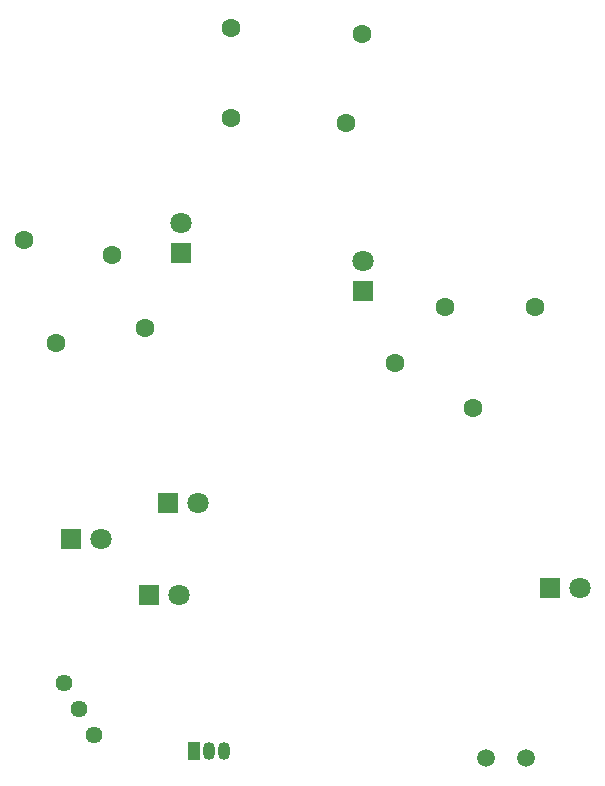
<source format=gbr>
%TF.GenerationSoftware,KiCad,Pcbnew,9.0.2*%
%TF.CreationDate,2025-07-04T00:45:16-07:00*%
%TF.ProjectId,FirstHCProject,46697273-7448-4435-9072-6f6a6563742e,rev?*%
%TF.SameCoordinates,Original*%
%TF.FileFunction,Soldermask,Bot*%
%TF.FilePolarity,Negative*%
%FSLAX46Y46*%
G04 Gerber Fmt 4.6, Leading zero omitted, Abs format (unit mm)*
G04 Created by KiCad (PCBNEW 9.0.2) date 2025-07-04 00:45:16*
%MOMM*%
%LPD*%
G01*
G04 APERTURE LIST*
%ADD10R,1.800000X1.800000*%
%ADD11C,1.800000*%
%ADD12C,1.600000*%
%ADD13C,1.440000*%
%ADD14C,1.500000*%
%ADD15R,1.050000X1.500000*%
%ADD16O,1.050000X1.500000*%
G04 APERTURE END LIST*
D10*
%TO.C,D2*%
X136260000Y-119000000D03*
D11*
X138800000Y-119000000D03*
%TD*%
D12*
%TO.C,R3*%
X141600000Y-86400000D03*
X141600000Y-78780000D03*
%TD*%
D10*
%TO.C,D5*%
X152800000Y-101000000D03*
D11*
X152800000Y-98460000D03*
%TD*%
D13*
%TO.C,RV1*%
X127460000Y-134200591D03*
X128730000Y-136400296D03*
X130000000Y-138600000D03*
%TD*%
D12*
%TO.C,R6*%
X155500443Y-107095000D03*
X162099557Y-110905000D03*
%TD*%
D14*
%TO.C,R7*%
X163200000Y-140600000D03*
X166600000Y-140600000D03*
%TD*%
D15*
%TO.C,Q1*%
X138460000Y-140000000D03*
D16*
X139730000Y-140000000D03*
X141000000Y-140000000D03*
%TD*%
D10*
%TO.C,D3*%
X134660000Y-126800000D03*
D11*
X137200000Y-126800000D03*
%TD*%
D10*
%TO.C,D1*%
X128060000Y-122000000D03*
D11*
X130600000Y-122000000D03*
%TD*%
D12*
%TO.C,R1*%
X124095765Y-96676801D03*
X131600000Y-98000000D03*
%TD*%
%TO.C,R2*%
X126847883Y-105461600D03*
X134352118Y-104138401D03*
%TD*%
D10*
%TO.C,D4*%
X137400000Y-97800000D03*
D11*
X137400000Y-95260000D03*
%TD*%
D12*
%TO.C,R4*%
X151400000Y-86810000D03*
X152723199Y-79305765D03*
%TD*%
D10*
%TO.C,D6*%
X168660000Y-126200000D03*
D11*
X171200000Y-126200000D03*
%TD*%
D12*
%TO.C,R5*%
X159790000Y-102400000D03*
X167410000Y-102400000D03*
%TD*%
M02*

</source>
